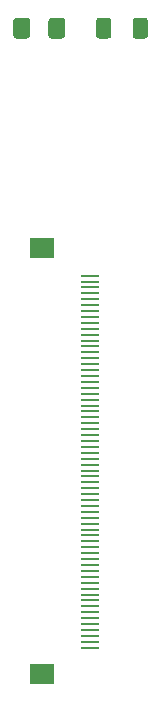
<source format=gbp>
%TF.GenerationSoftware,KiCad,Pcbnew,5.1.9+dfsg1-1~bpo10+1*%
%TF.CreationDate,2021-08-08T22:23:22+02:00*%
%TF.ProjectId,flexPiStorm,666c6578-5069-4537-946f-726d2e6b6963,0.4*%
%TF.SameCoordinates,Original*%
%TF.FileFunction,Paste,Bot*%
%TF.FilePolarity,Positive*%
%FSLAX46Y46*%
G04 Gerber Fmt 4.6, Leading zero omitted, Abs format (unit mm)*
G04 Created by KiCad (PCBNEW 5.1.9+dfsg1-1~bpo10+1) date 2021-08-08 22:23:22*
%MOMM*%
%LPD*%
G01*
G04 APERTURE LIST*
%ADD10R,2.000000X1.800000*%
%ADD11R,1.600000X0.250000*%
G04 APERTURE END LIST*
D10*
%TO.C,J2*%
X137250000Y-84650000D03*
X137250000Y-120650000D03*
D11*
X141300000Y-86950000D03*
X141300000Y-87450000D03*
X141300000Y-87950000D03*
X141300000Y-88450000D03*
X141300000Y-88950000D03*
X141300000Y-89450000D03*
X141300000Y-89950000D03*
X141300000Y-90450000D03*
X141300000Y-90950000D03*
X141300000Y-91450000D03*
X141300000Y-91950000D03*
X141300000Y-92450000D03*
X141300000Y-92950000D03*
X141300000Y-93450000D03*
X141300000Y-93950000D03*
X141300000Y-94450000D03*
X141300000Y-94950000D03*
X141300000Y-95450000D03*
X141300000Y-95950000D03*
X141300000Y-96450000D03*
X141300000Y-96950000D03*
X141300000Y-97450000D03*
X141300000Y-97950000D03*
X141300000Y-98450000D03*
X141300000Y-98950000D03*
X141300000Y-99450000D03*
X141300000Y-99950000D03*
X141300000Y-100450000D03*
X141300000Y-100950000D03*
X141300000Y-101450000D03*
X141300000Y-101950000D03*
X141300000Y-102450000D03*
X141300000Y-102950000D03*
X141300000Y-103450000D03*
X141300000Y-103950000D03*
X141300000Y-104450000D03*
X141300000Y-104950000D03*
X141300000Y-105450000D03*
X141300000Y-105950000D03*
X141300000Y-106450000D03*
X141300000Y-106950000D03*
X141300000Y-107450000D03*
X141300000Y-107950000D03*
X141300000Y-108450000D03*
X141300000Y-108950000D03*
X141300000Y-109450000D03*
X141300000Y-109950000D03*
X141300000Y-110450000D03*
X141300000Y-110950000D03*
X141300000Y-111450000D03*
X141300000Y-111950000D03*
X141300000Y-112450000D03*
X141300000Y-112950000D03*
X141300000Y-113450000D03*
X141300000Y-113950000D03*
X141300000Y-114450000D03*
X141300000Y-114950000D03*
X141300000Y-115450000D03*
X141300000Y-115950000D03*
X141300000Y-116450000D03*
X141300000Y-116950000D03*
X141300000Y-117450000D03*
X141300000Y-117950000D03*
X141300000Y-118450000D03*
%TD*%
%TO.C,D1*%
G36*
G01*
X139200000Y-65375000D02*
X139200000Y-66625000D01*
G75*
G02*
X138950000Y-66875000I-250000J0D01*
G01*
X138025000Y-66875000D01*
G75*
G02*
X137775000Y-66625000I0J250000D01*
G01*
X137775000Y-65375000D01*
G75*
G02*
X138025000Y-65125000I250000J0D01*
G01*
X138950000Y-65125000D01*
G75*
G02*
X139200000Y-65375000I0J-250000D01*
G01*
G37*
G36*
G01*
X136225000Y-65375000D02*
X136225000Y-66625000D01*
G75*
G02*
X135975000Y-66875000I-250000J0D01*
G01*
X135050000Y-66875000D01*
G75*
G02*
X134800000Y-66625000I0J250000D01*
G01*
X134800000Y-65375000D01*
G75*
G02*
X135050000Y-65125000I250000J0D01*
G01*
X135975000Y-65125000D01*
G75*
G02*
X136225000Y-65375000I0J-250000D01*
G01*
G37*
%TD*%
%TO.C,R1*%
G36*
G01*
X141800000Y-66625000D02*
X141800000Y-65375000D01*
G75*
G02*
X142050000Y-65125000I250000J0D01*
G01*
X142850000Y-65125000D01*
G75*
G02*
X143100000Y-65375000I0J-250000D01*
G01*
X143100000Y-66625000D01*
G75*
G02*
X142850000Y-66875000I-250000J0D01*
G01*
X142050000Y-66875000D01*
G75*
G02*
X141800000Y-66625000I0J250000D01*
G01*
G37*
G36*
G01*
X144900000Y-66625000D02*
X144900000Y-65375000D01*
G75*
G02*
X145150000Y-65125000I250000J0D01*
G01*
X145950000Y-65125000D01*
G75*
G02*
X146200000Y-65375000I0J-250000D01*
G01*
X146200000Y-66625000D01*
G75*
G02*
X145950000Y-66875000I-250000J0D01*
G01*
X145150000Y-66875000D01*
G75*
G02*
X144900000Y-66625000I0J250000D01*
G01*
G37*
%TD*%
M02*

</source>
